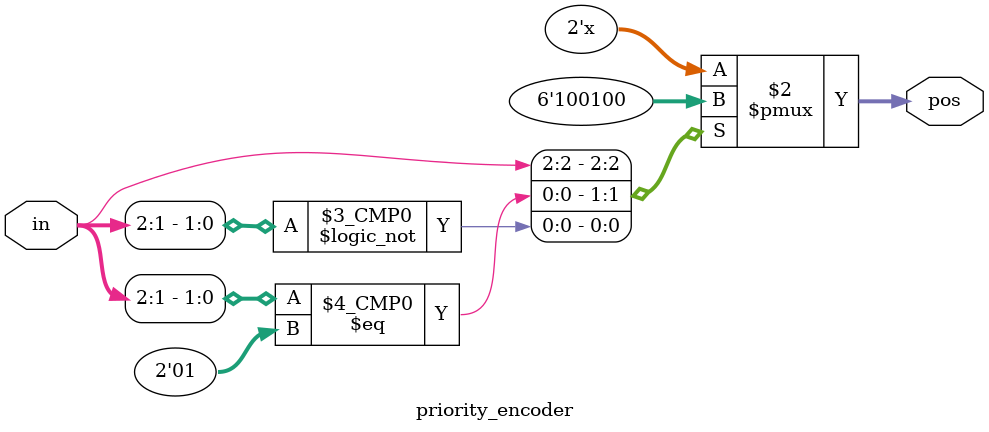
<source format=v>

module priority_encoder(
    input [2:0] in,
    output reg [1:0] pos
);

always @(*) begin
    casez (in)
        3'b1??: pos = 2'b10;  // If input 2 is high
        3'b01?: pos = 2'b01;  // If input 1 is high
        3'b00?: pos = 2'b00;  // If all inputs are low
        default: pos = 2'b00;  // Default case
    endcase
end

endmodule
</source>
